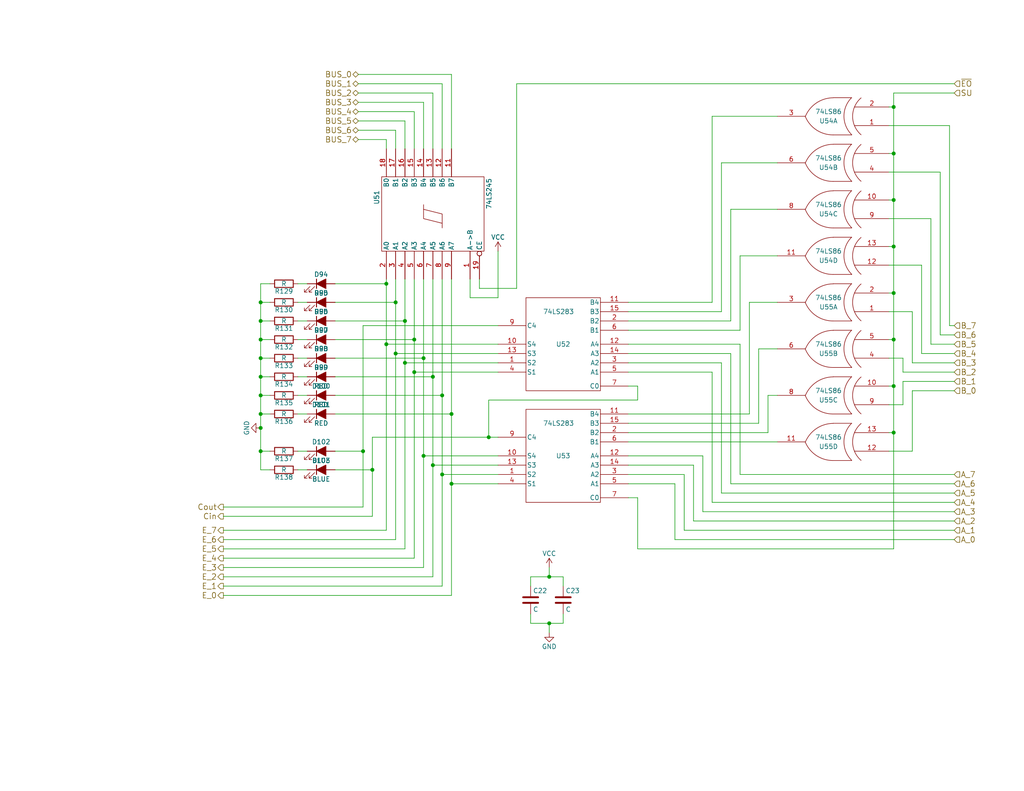
<source format=kicad_sch>
(kicad_sch (version 20211123) (generator eeschema)
  (paper "USLetter")
  (lib_symbols
    (symbol "8bit-computer-rescue:74LS245-8bit-computer-rescue" (pin_names (offset 0.254))
      (property "Reference" "U" (at 2.54 14.605 0))
      (property "Value" "74LS245-8bit-computer-rescue" (at 1.27 -14.605 0))
      (symbol "74LS245-8bit-computer-rescue_0_0"
        (pin power_in line (at 0 -13.97 90) (length 0) hide (name "GND") (number "10"))
        (pin power_in line (at 0 13.97 270) (length 0) hide (name "VCC") (number "20"))
      )
      (symbol "74LS245-8bit-computer-rescue_0_1"
        (rectangle (start -10.16 13.97) (end 10.16 -13.97))
        (polyline (pts (xy 1.27 2.54) (xy 0 -2.54) (xy -2.54 -2.54)))
        (polyline (pts (xy 2.54 2.54) (xy -1.27 2.54) (xy -2.54 -2.54) (xy -3.81 -2.54)))
      )
      (symbol "74LS245-8bit-computer-rescue_1_1"
        (pin input line (at -17.78 -10.16 0) (length 7.62) (name "A->B") (number "1"))
        (pin tri_state line (at 17.78 -5.08 180) (length 7.62) (name "B7") (number "11"))
        (pin tri_state line (at 17.78 -2.54 180) (length 7.62) (name "B6") (number "12"))
        (pin tri_state line (at 17.78 0 180) (length 7.62) (name "B5") (number "13"))
        (pin tri_state line (at 17.78 2.54 180) (length 7.62) (name "B4") (number "14"))
        (pin tri_state line (at 17.78 5.08 180) (length 7.62) (name "B3") (number "15"))
        (pin tri_state line (at 17.78 7.62 180) (length 7.62) (name "B2") (number "16"))
        (pin tri_state line (at 17.78 10.16 180) (length 7.62) (name "B1") (number "17"))
        (pin tri_state line (at 17.78 12.7 180) (length 7.62) (name "B0") (number "18"))
        (pin input inverted (at -17.78 -12.7 0) (length 7.62) (name "CE") (number "19"))
        (pin tri_state line (at -17.78 12.7 0) (length 7.62) (name "A0") (number "2"))
        (pin tri_state line (at -17.78 10.16 0) (length 7.62) (name "A1") (number "3"))
        (pin tri_state line (at -17.78 7.62 0) (length 7.62) (name "A2") (number "4"))
        (pin tri_state line (at -17.78 5.08 0) (length 7.62) (name "A3") (number "5"))
        (pin tri_state line (at -17.78 2.54 0) (length 7.62) (name "A4") (number "6"))
        (pin tri_state line (at -17.78 0 0) (length 7.62) (name "A5") (number "7"))
        (pin tri_state line (at -17.78 -2.54 0) (length 7.62) (name "A6") (number "8"))
        (pin tri_state line (at -17.78 -5.08 0) (length 7.62) (name "A7") (number "9"))
      )
    )
    (symbol "8bit-computer-rescue:74LS283-8bit-computer-rescue" (pin_names (offset 0.254))
      (property "Reference" "U" (at 0 0 0))
      (property "Value" "74LS283-8bit-computer-rescue" (at 1.27 -8.89 0))
      (symbol "74LS283-8bit-computer-rescue_0_0"
        (pin power_in line (at -7.62 12.7 90) (length 0) hide (name "VCC") (number "16"))
        (pin power_in line (at -7.62 -12.7 90) (length 0) hide (name "GND") (number "8"))
      )
      (symbol "74LS283-8bit-computer-rescue_0_1"
        (rectangle (start -10.16 12.7) (end 10.16 -12.7))
      )
      (symbol "74LS283-8bit-computer-rescue_1_1"
        (pin output line (at 17.78 5.08 180) (length 7.62) (name "S2") (number "1"))
        (pin output line (at 17.78 0 180) (length 7.62) (name "S4") (number "10"))
        (pin input line (at -17.78 -11.43 0) (length 7.62) (name "B4") (number "11"))
        (pin input line (at -17.78 0 0) (length 7.62) (name "A4") (number "12"))
        (pin output line (at 17.78 2.54 180) (length 7.62) (name "S3") (number "13"))
        (pin input line (at -17.78 2.54 0) (length 7.62) (name "A3") (number "14"))
        (pin input line (at -17.78 -8.89 0) (length 7.62) (name "B3") (number "15"))
        (pin input line (at -17.78 -6.35 0) (length 7.62) (name "B2") (number "2"))
        (pin input line (at -17.78 5.08 0) (length 7.62) (name "A2") (number "3"))
        (pin output line (at 17.78 7.62 180) (length 7.62) (name "S1") (number "4"))
        (pin input line (at -17.78 7.62 0) (length 7.62) (name "A1") (number "5"))
        (pin input line (at -17.78 -3.81 0) (length 7.62) (name "B1") (number "6"))
        (pin input line (at -17.78 11.43 0) (length 7.62) (name "C0") (number "7"))
        (pin output line (at 17.78 -5.08 180) (length 7.62) (name "C4") (number "9"))
      )
    )
    (symbol "8bit-computer-rescue:74LS86-8bit-computer-rescue" (pin_names (offset 0.762) hide)
      (property "Reference" "U" (at 1.27 1.27 0))
      (property "Value" "74LS86-8bit-computer-rescue" (at 1.27 -1.27 0))
      (symbol "74LS86-8bit-computer-rescue_0_0"
        (pin power_in line (at -5.08 5.08 270) (length 0) hide (name "VCC") (number "14"))
        (pin power_in line (at -5.08 -5.08 90) (length 0) hide (name "GND") (number "7"))
      )
      (symbol "74LS86-8bit-computer-rescue_0_1"
        (arc (start -7.62 -5.0292) (mid -5.3094 0.0082) (end -7.62 5.0546))
        (arc (start -5.0292 -5.08) (mid -2.9462 -0.006) (end -5.08 5.0546))
        (arc (start 0 -5.0546) (mid 4.5632 -3.6449) (end 7.5946 0.0508))
        (polyline (pts (xy -5.08 -5.08) (xy 0 -5.08)))
        (polyline (pts (xy -5.08 5.08) (xy 0 5.08)))
        (arc (start 7.62 0) (mid 4.6132 3.6946) (end 0.0508 5.08))
      )
      (symbol "74LS86-8bit-computer-rescue_1_1"
        (pin input line (at -15.24 2.54 0) (length 9.398) (name "IN1") (number "1"))
        (pin input line (at -15.24 -2.54 0) (length 9.398) (name "IN2") (number "2"))
        (pin output line (at 15.24 0 180) (length 7.62) (name "OUT") (number "3"))
      )
      (symbol "74LS86-8bit-computer-rescue_2_1"
        (pin input line (at -15.24 2.54 0) (length 9.398) (name "IN1") (number "4"))
        (pin input line (at -15.24 -2.54 0) (length 9.398) (name "IN2") (number "5"))
        (pin output line (at 15.24 0 180) (length 7.62) (name "OUT") (number "6"))
      )
      (symbol "74LS86-8bit-computer-rescue_3_1"
        (pin input line (at -15.24 -2.54 0) (length 9.398) (name "IN2") (number "10"))
        (pin output line (at 15.24 0 180) (length 7.62) (name "OUT") (number "8"))
        (pin input line (at -15.24 2.54 0) (length 9.398) (name "IN1") (number "9"))
      )
      (symbol "74LS86-8bit-computer-rescue_4_1"
        (pin output line (at 15.24 0 180) (length 7.62) (name "OUT") (number "11"))
        (pin input line (at -15.24 2.54 0) (length 9.398) (name "IN1") (number "12"))
        (pin input line (at -15.24 -2.54 0) (length 9.398) (name "IN2") (number "13"))
      )
    )
    (symbol "8bit-computer-rescue:LED_ALT-Device" (pin_numbers hide) (pin_names (offset 1.016) hide)
      (property "Reference" "D" (at 0 2.54 0))
      (property "Value" "LED_ALT-Device" (at 0 -2.54 0))
      (symbol "LED_ALT-Device_0_1"
        (polyline (pts (xy -1.27 -1.27) (xy -1.27 1.27)) (stroke (width 0.254)))
        (polyline (pts (xy -1.27 0) (xy 1.27 0)))
        (polyline (pts (xy 1.27 -1.27) (xy 1.27 1.27) (xy -1.27 0) (xy 1.27 -1.27)) (stroke (width 0.254)) (fill (type outline)))
        (polyline (pts (xy -3.048 -0.762) (xy -4.572 -2.286) (xy -3.81 -2.286) (xy -4.572 -2.286) (xy -4.572 -1.524)))
        (polyline (pts (xy -1.778 -0.762) (xy -3.302 -2.286) (xy -2.54 -2.286) (xy -3.302 -2.286) (xy -3.302 -1.524)))
      )
      (symbol "LED_ALT-Device_1_1"
        (pin passive line (at -3.81 0 0) (length 2.54) (name "K") (number "1"))
        (pin passive line (at 3.81 0 180) (length 2.54) (name "A") (number "2"))
      )
    )
    (symbol "Device:C" (pin_numbers hide) (pin_names (offset 0.254))
      (property "Reference" "C" (at 0.635 2.54 0))
      (property "Value" "C" (at 0.635 -2.54 0))
      (symbol "C_0_1"
        (polyline (pts (xy -2.032 -0.762) (xy 2.032 -0.762)) (stroke (width 0.508)))
        (polyline (pts (xy -2.032 0.762) (xy 2.032 0.762)) (stroke (width 0.508)))
      )
      (symbol "C_1_1"
        (pin passive line (at 0 3.81 270) (length 2.794) (name "~") (number "1"))
        (pin passive line (at 0 -3.81 90) (length 2.794) (name "~") (number "2"))
      )
    )
    (symbol "Device:R" (pin_numbers hide) (pin_names (offset 0))
      (property "Reference" "R" (at 2.032 0 90))
      (property "Value" "R" (at 0 0 90))
      (symbol "R_0_1"
        (rectangle (start -1.016 -2.54) (end 1.016 2.54) (stroke (width 0.254)))
      )
      (symbol "R_1_1"
        (pin passive line (at 0 3.81 270) (length 1.27) (name "~") (number "1"))
        (pin passive line (at 0 -3.81 90) (length 1.27) (name "~") (number "2"))
      )
    )
    (symbol "power:GND" (power) (pin_names (offset 0))
      (property "Value" "GND" (at 0 -3.81 0))
      (symbol "GND_0_1"
        (polyline (pts (xy 0 0) (xy 0 -1.27) (xy 1.27 -1.27) (xy 0 -2.54) (xy -1.27 -1.27) (xy 0 -1.27)))
      )
      (symbol "GND_1_1"
        (pin power_in line (at 0 0 270) (length 0) hide (name "GND") (number "1"))
      )
    )
    (symbol "power:VCC" (power) (pin_names (offset 0))
      (property "Value" "VCC" (at 0 3.81 0))
      (symbol "VCC_0_1"
        (polyline (pts (xy -0.762 1.27) (xy 0 2.54)))
        (polyline (pts (xy 0 0) (xy 0 2.54)))
        (polyline (pts (xy 0 2.54) (xy 0.762 1.27)))
      )
      (symbol "VCC_1_1"
        (pin power_in line (at 0 0 90) (length 0) hide (name "VCC") (number "1"))
      )
    )
  )
  (junction (at 113.03 92.71))
  (junction (at 243.84 67.31))
  (junction (at 105.41 77.47))
  (junction (at 123.19 113.03))
  (junction (at 115.57 124.46))
  (junction (at 107.95 82.55))
  (junction (at 120.65 129.54))
  (junction (at 71.12 82.55))
  (junction (at 71.12 116.84))
  (junction (at 149.86 170.18))
  (junction (at 243.84 29.21))
  (junction (at 149.86 157.48))
  (junction (at 243.84 92.71))
  (junction (at 118.11 102.87))
  (junction (at 243.84 80.01))
  (junction (at 243.84 41.91))
  (junction (at 118.11 127))
  (junction (at 71.12 97.79))
  (junction (at 71.12 107.95))
  (junction (at 110.49 87.63))
  (junction (at 133.35 119.38))
  (junction (at 71.12 113.03))
  (junction (at 243.84 105.41))
  (junction (at 99.06 123.19))
  (junction (at 120.65 107.95))
  (junction (at 71.12 92.71))
  (junction (at 71.12 102.87))
  (junction (at 243.84 118.11))
  (junction (at 110.49 99.06))
  (junction (at 71.12 87.63))
  (junction (at 115.57 97.79))
  (junction (at 71.12 123.19))
  (junction (at 101.6 128.27))
  (junction (at 113.03 101.6))
  (junction (at 123.19 132.08))
  (junction (at 243.84 54.61))
  (junction (at 105.41 93.98))
  (junction (at 107.95 96.52))
  (wire (pts (xy 259.08 34.29) (xy 259.08 88.9)))
  (wire (pts (xy 194.31 101.6) (xy 194.31 137.16)))
  (wire (pts (xy 115.57 76.2) (xy 115.57 97.79)))
  (wire (pts (xy 97.79 30.48) (xy 113.03 30.48)))
  (wire (pts (xy 135.89 119.38) (xy 133.35 119.38)))
  (wire (pts (xy 101.6 119.38) (xy 101.6 128.27)))
  (wire (pts (xy 196.85 85.09) (xy 196.85 44.45)))
  (wire (pts (xy 171.45 132.08) (xy 184.15 132.08)))
  (wire (pts (xy 171.45 115.57) (xy 207.01 115.57)))
  (wire (pts (xy 199.39 132.08) (xy 260.35 132.08)))
  (wire (pts (xy 71.12 97.79) (xy 71.12 92.71)))
  (wire (pts (xy 97.79 27.94) (xy 115.57 27.94)))
  (wire (pts (xy 243.84 29.21) (xy 242.57 29.21)))
  (wire (pts (xy 120.65 76.2) (xy 120.65 107.95)))
  (wire (pts (xy 242.57 97.79) (xy 246.38 97.79)))
  (wire (pts (xy 149.86 157.48) (xy 153.67 157.48)))
  (wire (pts (xy 191.77 124.46) (xy 191.77 139.7)))
  (wire (pts (xy 153.67 170.18) (xy 153.67 167.64)))
  (wire (pts (xy 196.85 99.06) (xy 196.85 134.62)))
  (wire (pts (xy 171.45 113.03) (xy 204.47 113.03)))
  (wire (pts (xy 243.84 25.4) (xy 243.84 29.21)))
  (wire (pts (xy 189.23 142.24) (xy 260.35 142.24)))
  (wire (pts (xy 243.84 105.41) (xy 243.84 118.11)))
  (wire (pts (xy 243.84 25.4) (xy 260.35 25.4)))
  (wire (pts (xy 171.45 118.11) (xy 209.55 118.11)))
  (wire (pts (xy 97.79 33.02) (xy 110.49 33.02)))
  (wire (pts (xy 254 59.69) (xy 254 93.98)))
  (wire (pts (xy 105.41 144.78) (xy 60.96 144.78)))
  (wire (pts (xy 113.03 101.6) (xy 135.89 101.6)))
  (wire (pts (xy 118.11 25.4) (xy 118.11 40.64)))
  (wire (pts (xy 71.12 128.27) (xy 73.66 128.27)))
  (wire (pts (xy 243.84 118.11) (xy 243.84 149.86)))
  (wire (pts (xy 130.81 78.74) (xy 140.97 78.74)))
  (wire (pts (xy 256.54 91.44) (xy 260.35 91.44)))
  (wire (pts (xy 81.28 128.27) (xy 83.82 128.27)))
  (wire (pts (xy 123.19 20.32) (xy 123.19 40.64)))
  (wire (pts (xy 105.41 93.98) (xy 135.89 93.98)))
  (wire (pts (xy 191.77 139.7) (xy 260.35 139.7)))
  (wire (pts (xy 71.12 87.63) (xy 71.12 82.55)))
  (wire (pts (xy 246.38 97.79) (xy 246.38 101.6)))
  (wire (pts (xy 194.31 82.55) (xy 194.31 31.75)))
  (wire (pts (xy 201.93 129.54) (xy 260.35 129.54)))
  (wire (pts (xy 123.19 113.03) (xy 123.19 132.08)))
  (wire (pts (xy 242.57 34.29) (xy 259.08 34.29)))
  (wire (pts (xy 194.31 137.16) (xy 260.35 137.16)))
  (wire (pts (xy 115.57 124.46) (xy 115.57 154.94)))
  (wire (pts (xy 91.44 107.95) (xy 120.65 107.95)))
  (wire (pts (xy 110.49 76.2) (xy 110.49 87.63)))
  (wire (pts (xy 91.44 128.27) (xy 101.6 128.27)))
  (wire (pts (xy 173.99 149.86) (xy 173.99 135.89)))
  (wire (pts (xy 199.39 96.52) (xy 199.39 132.08)))
  (wire (pts (xy 91.44 102.87) (xy 118.11 102.87)))
  (wire (pts (xy 149.86 154.94) (xy 149.86 157.48)))
  (wire (pts (xy 243.84 80.01) (xy 243.84 92.71)))
  (wire (pts (xy 184.15 132.08) (xy 184.15 147.32)))
  (wire (pts (xy 110.49 149.86) (xy 60.96 149.86)))
  (wire (pts (xy 242.57 85.09) (xy 248.92 85.09)))
  (wire (pts (xy 140.97 22.86) (xy 140.97 78.74)))
  (wire (pts (xy 107.95 96.52) (xy 135.89 96.52)))
  (wire (pts (xy 243.84 118.11) (xy 242.57 118.11)))
  (wire (pts (xy 171.45 96.52) (xy 199.39 96.52)))
  (wire (pts (xy 99.06 138.43) (xy 60.96 138.43)))
  (wire (pts (xy 196.85 134.62) (xy 260.35 134.62)))
  (wire (pts (xy 73.66 107.95) (xy 71.12 107.95)))
  (wire (pts (xy 243.84 80.01) (xy 242.57 80.01)))
  (wire (pts (xy 128.27 81.28) (xy 135.89 81.28)))
  (wire (pts (xy 194.31 31.75) (xy 212.09 31.75)))
  (wire (pts (xy 171.45 129.54) (xy 186.69 129.54)))
  (wire (pts (xy 135.89 81.28) (xy 135.89 68.58)))
  (wire (pts (xy 201.93 93.98) (xy 201.93 129.54)))
  (wire (pts (xy 171.45 82.55) (xy 194.31 82.55)))
  (wire (pts (xy 120.65 129.54) (xy 135.89 129.54)))
  (wire (pts (xy 71.12 123.19) (xy 71.12 128.27)))
  (wire (pts (xy 184.15 147.32) (xy 260.35 147.32)))
  (wire (pts (xy 243.84 92.71) (xy 243.84 105.41)))
  (wire (pts (xy 97.79 20.32) (xy 123.19 20.32)))
  (wire (pts (xy 144.78 160.02) (xy 144.78 157.48)))
  (wire (pts (xy 105.41 38.1) (xy 105.41 40.64)))
  (wire (pts (xy 120.65 160.02) (xy 60.96 160.02)))
  (wire (pts (xy 71.12 92.71) (xy 71.12 87.63)))
  (wire (pts (xy 91.44 97.79) (xy 115.57 97.79)))
  (wire (pts (xy 115.57 154.94) (xy 60.96 154.94)))
  (wire (pts (xy 107.95 82.55) (xy 107.95 96.52)))
  (wire (pts (xy 243.84 41.91) (xy 243.84 54.61)))
  (wire (pts (xy 73.66 97.79) (xy 71.12 97.79)))
  (wire (pts (xy 246.38 104.14) (xy 260.35 104.14)))
  (wire (pts (xy 171.45 101.6) (xy 194.31 101.6)))
  (wire (pts (xy 248.92 106.68) (xy 248.92 123.19)))
  (wire (pts (xy 209.55 118.11) (xy 209.55 107.95)))
  (wire (pts (xy 71.12 102.87) (xy 71.12 97.79)))
  (wire (pts (xy 243.84 29.21) (xy 243.84 41.91)))
  (wire (pts (xy 97.79 35.56) (xy 107.95 35.56)))
  (wire (pts (xy 91.44 123.19) (xy 99.06 123.19)))
  (wire (pts (xy 81.28 92.71) (xy 83.82 92.71)))
  (wire (pts (xy 243.84 54.61) (xy 242.57 54.61)))
  (wire (pts (xy 186.69 129.54) (xy 186.69 144.78)))
  (wire (pts (xy 243.84 149.86) (xy 173.99 149.86)))
  (wire (pts (xy 149.86 170.18) (xy 153.67 170.18)))
  (wire (pts (xy 209.55 107.95) (xy 212.09 107.95)))
  (wire (pts (xy 242.57 110.49) (xy 246.38 110.49)))
  (wire (pts (xy 97.79 38.1) (xy 105.41 38.1)))
  (wire (pts (xy 204.47 113.03) (xy 204.47 82.55)))
  (wire (pts (xy 149.86 170.18) (xy 149.86 172.72)))
  (wire (pts (xy 207.01 115.57) (xy 207.01 95.25)))
  (wire (pts (xy 189.23 127) (xy 189.23 142.24)))
  (wire (pts (xy 115.57 27.94) (xy 115.57 40.64)))
  (wire (pts (xy 144.78 167.64) (xy 144.78 170.18)))
  (wire (pts (xy 81.28 113.03) (xy 83.82 113.03)))
  (wire (pts (xy 196.85 44.45) (xy 212.09 44.45)))
  (wire (pts (xy 71.12 82.55) (xy 71.12 77.47)))
  (wire (pts (xy 251.46 72.39) (xy 251.46 96.52)))
  (wire (pts (xy 101.6 140.97) (xy 60.96 140.97)))
  (wire (pts (xy 113.03 152.4) (xy 60.96 152.4)))
  (wire (pts (xy 243.84 92.71) (xy 242.57 92.71)))
  (wire (pts (xy 81.28 97.79) (xy 83.82 97.79)))
  (wire (pts (xy 133.35 109.22) (xy 173.99 109.22)))
  (wire (pts (xy 243.84 41.91) (xy 242.57 41.91)))
  (wire (pts (xy 243.84 67.31) (xy 242.57 67.31)))
  (wire (pts (xy 133.35 119.38) (xy 133.35 109.22)))
  (wire (pts (xy 120.65 22.86) (xy 120.65 40.64)))
  (wire (pts (xy 110.49 33.02) (xy 110.49 40.64)))
  (wire (pts (xy 201.93 69.85) (xy 212.09 69.85)))
  (wire (pts (xy 81.28 102.87) (xy 83.82 102.87)))
  (wire (pts (xy 101.6 128.27) (xy 101.6 140.97)))
  (wire (pts (xy 71.12 116.84) (xy 71.12 123.19)))
  (wire (pts (xy 99.06 88.9) (xy 135.89 88.9)))
  (wire (pts (xy 248.92 85.09) (xy 248.92 99.06)))
  (wire (pts (xy 71.12 123.19) (xy 73.66 123.19)))
  (wire (pts (xy 91.44 77.47) (xy 105.41 77.47)))
  (wire (pts (xy 144.78 170.18) (xy 149.86 170.18)))
  (wire (pts (xy 118.11 127) (xy 135.89 127)))
  (wire (pts (xy 242.57 59.69) (xy 254 59.69)))
  (wire (pts (xy 243.84 105.41) (xy 242.57 105.41)))
  (wire (pts (xy 130.81 76.2) (xy 130.81 78.74)))
  (wire (pts (xy 171.45 93.98) (xy 201.93 93.98)))
  (wire (pts (xy 153.67 157.48) (xy 153.67 160.02)))
  (wire (pts (xy 113.03 76.2) (xy 113.03 92.71)))
  (wire (pts (xy 71.12 77.47) (xy 73.66 77.47)))
  (wire (pts (xy 259.08 88.9) (xy 260.35 88.9)))
  (wire (pts (xy 242.57 72.39) (xy 251.46 72.39)))
  (wire (pts (xy 118.11 102.87) (xy 118.11 127)))
  (wire (pts (xy 123.19 162.56) (xy 60.96 162.56)))
  (wire (pts (xy 186.69 144.78) (xy 260.35 144.78)))
  (wire (pts (xy 105.41 77.47) (xy 105.41 93.98)))
  (wire (pts (xy 248.92 123.19) (xy 242.57 123.19)))
  (wire (pts (xy 107.95 147.32) (xy 60.96 147.32)))
  (wire (pts (xy 207.01 95.25) (xy 212.09 95.25)))
  (wire (pts (xy 173.99 109.22) (xy 173.99 105.41)))
  (wire (pts (xy 110.49 87.63) (xy 110.49 99.06)))
  (wire (pts (xy 110.49 99.06) (xy 110.49 149.86)))
  (wire (pts (xy 171.45 87.63) (xy 199.39 87.63)))
  (wire (pts (xy 81.28 87.63) (xy 83.82 87.63)))
  (wire (pts (xy 120.65 129.54) (xy 120.65 107.95)))
  (wire (pts (xy 120.65 129.54) (xy 120.65 160.02)))
  (wire (pts (xy 256.54 46.99) (xy 256.54 91.44)))
  (wire (pts (xy 97.79 25.4) (xy 118.11 25.4)))
  (wire (pts (xy 251.46 96.52) (xy 260.35 96.52)))
  (wire (pts (xy 128.27 76.2) (xy 128.27 81.28)))
  (wire (pts (xy 71.12 92.71) (xy 73.66 92.71)))
  (wire (pts (xy 107.95 76.2) (xy 107.95 82.55)))
  (wire (pts (xy 118.11 76.2) (xy 118.11 102.87)))
  (wire (pts (xy 81.28 107.95) (xy 83.82 107.95)))
  (wire (pts (xy 91.44 87.63) (xy 110.49 87.63)))
  (wire (pts (xy 144.78 157.48) (xy 149.86 157.48)))
  (wire (pts (xy 71.12 116.84) (xy 71.12 113.03)))
  (wire (pts (xy 171.45 127) (xy 189.23 127)))
  (wire (pts (xy 91.44 113.03) (xy 123.19 113.03)))
  (wire (pts (xy 99.06 88.9) (xy 99.06 123.19)))
  (wire (pts (xy 199.39 87.63) (xy 199.39 57.15)))
  (wire (pts (xy 107.95 96.52) (xy 107.95 147.32)))
  (wire (pts (xy 171.45 124.46) (xy 191.77 124.46)))
  (wire (pts (xy 113.03 30.48) (xy 113.03 40.64)))
  (wire (pts (xy 110.49 99.06) (xy 135.89 99.06)))
  (wire (pts (xy 260.35 22.86) (xy 140.97 22.86)))
  (wire (pts (xy 204.47 82.55) (xy 212.09 82.55)))
  (wire (pts (xy 201.93 90.17) (xy 201.93 69.85)))
  (wire (pts (xy 71.12 107.95) (xy 71.12 102.87)))
  (wire (pts (xy 81.28 77.47) (xy 83.82 77.47)))
  (wire (pts (xy 133.35 119.38) (xy 101.6 119.38)))
  (wire (pts (xy 91.44 82.55) (xy 107.95 82.55)))
  (wire (pts (xy 242.57 46.99) (xy 256.54 46.99)))
  (wire (pts (xy 99.06 123.19) (xy 99.06 138.43)))
  (wire (pts (xy 171.45 85.09) (xy 196.85 85.09)))
  (wire (pts (xy 105.41 76.2) (xy 105.41 77.47)))
  (wire (pts (xy 71.12 102.87) (xy 73.66 102.87)))
  (wire (pts (xy 73.66 113.03) (xy 71.12 113.03)))
  (wire (pts (xy 113.03 92.71) (xy 113.03 101.6)))
  (wire (pts (xy 246.38 101.6) (xy 260.35 101.6)))
  (wire (pts (xy 97.79 22.86) (xy 120.65 22.86)))
  (wire (pts (xy 81.28 123.19) (xy 83.82 123.19)))
  (wire (pts (xy 115.57 124.46) (xy 135.89 124.46)))
  (wire (pts (xy 173.99 135.89) (xy 171.45 135.89)))
  (wire (pts (xy 115.57 97.79) (xy 115.57 124.46)))
  (wire (pts (xy 118.11 127) (xy 118.11 157.48)))
  (wire (pts (xy 243.84 67.31) (xy 243.84 80.01)))
  (wire (pts (xy 113.03 101.6) (xy 113.03 152.4)))
  (wire (pts (xy 107.95 35.56) (xy 107.95 40.64)))
  (wire (pts (xy 123.19 132.08) (xy 123.19 162.56)))
  (wire (pts (xy 81.28 82.55) (xy 83.82 82.55)))
  (wire (pts (xy 123.19 76.2) (xy 123.19 113.03)))
  (wire (pts (xy 248.92 99.06) (xy 260.35 99.06)))
  (wire (pts (xy 260.35 106.68) (xy 248.92 106.68)))
  (wire (pts (xy 105.41 93.98) (xy 105.41 144.78)))
  (wire (pts (xy 91.44 92.71) (xy 113.03 92.71)))
  (wire (pts (xy 199.39 57.15) (xy 212.09 57.15)))
  (wire (pts (xy 123.19 132.08) (xy 135.89 132.08)))
  (wire (pts (xy 246.38 110.49) (xy 246.38 104.14)))
  (wire (pts (xy 171.45 120.65) (xy 212.09 120.65)))
  (wire (pts (xy 118.11 157.48) (xy 60.96 157.48)))
  (wire (pts (xy 254 93.98) (xy 260.35 93.98)))
  (wire (pts (xy 73.66 87.63) (xy 71.12 87.63)))
  (wire (pts (xy 243.84 54.61) (xy 243.84 67.31)))
  (wire (pts (xy 71.12 113.03) (xy 71.12 107.95)))
  (wire (pts (xy 171.45 90.17) (xy 201.93 90.17)))
  (wire (pts (xy 71.12 82.55) (xy 73.66 82.55)))
  (wire (pts (xy 173.99 105.41) (xy 171.45 105.41)))
  (wire (pts (xy 171.45 99.06) (xy 196.85 99.06)))
  (hierarchical_label "BUS_3" (shape tri_state) (at 97.79 27.94 180) (effects (font (size 1.524 1.524))))
  (hierarchical_label "Cout" (shape output) (at 60.96 138.43 180) (effects (font (size 1.524 1.524))))
  (hierarchical_label "BUS_0" (shape tri_state) (at 97.79 20.32 180) (effects (font (size 1.524 1.524))))
  (hierarchical_label "BUS_6" (shape tri_state) (at 97.79 35.56 180) (effects (font (size 1.524 1.524))))
  (hierarchical_label "BUS_1" (shape tri_state) (at 97.79 22.86 180) (effects (font (size 1.524 1.524))))
  (hierarchical_label "A_1" (shape input) (at 260.35 144.78 0) (effects (font (size 1.524 1.524))))
  (hierarchical_label "E_7" (shape output) (at 60.96 144.78 180) (effects (font (size 1.524 1.524))))
  (hierarchical_label "BUS_2" (shape tri_state) (at 97.79 25.4 180) (effects (font (size 1.524 1.524))))
  (hierarchical_label "B_0" (shape input) (at 260.35 106.68 0) (effects (font (size 1.524 1.524))))
  (hierarchical_label "B_1" (shape input) (at 260.35 104.14 0) (effects (font (size 1.524 1.524))))
  (hierarchical_label "BUS_5" (shape tri_state) (at 97.79 33.02 180) (effects (font (size 1.524 1.524))))
  (hierarchical_label "E_0" (shape output) (at 60.96 162.56 180) (effects (font (size 1.524 1.524))))
  (hierarchical_label "A_3" (shape input) (at 260.35 139.7 0) (effects (font (size 1.524 1.524))))
  (hierarchical_label "~{EO}" (shape input) (at 260.35 22.86 0) (effects (font (size 1.524 1.524))))
  (hierarchical_label "A_2" (shape input) (at 260.35 142.24 0) (effects (font (size 1.524 1.524))))
  (hierarchical_label "B_7" (shape input) (at 260.35 88.9 0) (effects (font (size 1.524 1.524))))
  (hierarchical_label "A_7" (shape input) (at 260.35 129.54 0) (effects (font (size 1.524 1.524))))
  (hierarchical_label "A_4" (shape input) (at 260.35 137.16 0) (effects (font (size 1.524 1.524))))
  (hierarchical_label "E_4" (shape output) (at 60.96 152.4 180) (effects (font (size 1.524 1.524))))
  (hierarchical_label "A_5" (shape input) (at 260.35 134.62 0) (effects (font (size 1.524 1.524))))
  (hierarchical_label "B_4" (shape input) (at 260.35 96.52 0) (effects (font (size 1.524 1.524))))
  (hierarchical_label "Cin" (shape output) (at 60.96 140.97 180) (effects (font (size 1.524 1.524))))
  (hierarchical_label "E_1" (shape output) (at 60.96 160.02 180) (effects (font (size 1.524 1.524))))
  (hierarchical_label "E_5" (shape output) (at 60.96 149.86 180) (effects (font (size 1.524 1.524))))
  (hierarchical_label "BUS_7" (shape tri_state) (at 97.79 38.1 180) (effects (font (size 1.524 1.524))))
  (hierarchical_label "A_0" (shape input) (at 260.35 147.32 0) (effects (font (size 1.524 1.524))))
  (hierarchical_label "E_3" (shape output) (at 60.96 154.94 180) (effects (font (size 1.524 1.524))))
  (hierarchical_label "B_6" (shape input) (at 260.35 91.44 0) (effects (font (size 1.524 1.524))))
  (hierarchical_label "E_2" (shape output) (at 60.96 157.48 180) (effects (font (size 1.524 1.524))))
  (hierarchical_label "B_3" (shape input) (at 260.35 99.06 0) (effects (font (size 1.524 1.524))))
  (hierarchical_label "B_2" (shape input) (at 260.35 101.6 0) (effects (font (size 1.524 1.524))))
  (hierarchical_label "B_5" (shape input) (at 260.35 93.98 0) (effects (font (size 1.524 1.524))))
  (hierarchical_label "BUS_4" (shape tri_state) (at 97.79 30.48 180) (effects (font (size 1.524 1.524))))
  (hierarchical_label "SU" (shape input) (at 260.35 25.4 0) (effects (font (size 1.524 1.524))))
  (hierarchical_label "A_6" (shape input) (at 260.35 132.08 0) (effects (font (size 1.524 1.524))))
  (hierarchical_label "E_6" (shape output) (at 60.96 147.32 180) (effects (font (size 1.524 1.524))))
  (symbol (lib_id "8bit-computer-rescue:74LS245-8bit-computer-rescue") (at 118.11 58.42 90) (unit 1)
    (property "Reference" "U51" (at 103.505 55.88 0) (effects (justify left bottom)))
    (property "Value" "74LS245" (at 132.715 57.15 0) (effects (justify left top)))
    (property "Footprint" "Package_DIP:DIP-20_W7.62mm" (effects hide))
  )
  (symbol (lib_id "8bit-computer-rescue:74LS283-8bit-computer-rescue") (at 153.67 93.98 180) (unit 1)
    (property "Reference" "U52" (at 153.67 93.98 0))
    (property "Value" "74LS283" (at 152.4 85.09 0))
    (property "Footprint" "Package_DIP:DIP-16_W7.62mm" (effects hide))
  )
  (symbol (lib_id "8bit-computer-rescue:74LS283-8bit-computer-rescue") (at 153.67 124.46 180) (unit 1)
    (property "Reference" "U53" (at 153.67 124.46 0))
    (property "Value" "74LS283" (at 152.4 115.57 0))
    (property "Footprint" "Package_DIP:DIP-16_W7.62mm" (effects hide))
  )
  (symbol (lib_id "8bit-computer-rescue:74LS86-8bit-computer-rescue") (at 227.33 107.95 180) (unit 3)
    (property "Reference" "U55" (at 226.06 109.22 0))
    (property "Value" "74LS86" (at 226.06 106.68 0))
    (property "Footprint" "Package_DIP:DIP-14_W7.62mm" (effects hide))
  )
  (symbol (lib_id "8bit-computer-rescue:74LS86-8bit-computer-rescue") (at 227.33 120.65 180) (unit 4)
    (property "Reference" "U55" (at 226.06 121.92 0))
    (property "Value" "74LS86" (at 226.06 119.38 0))
    (property "Footprint" "Package_DIP:DIP-14_W7.62mm" (effects hide))
  )
  (symbol (lib_id "8bit-computer-rescue:74LS86-8bit-computer-rescue") (at 227.33 82.55 180) (unit 1)
    (property "Reference" "U55" (at 226.06 83.82 0))
    (property "Value" "74LS86" (at 226.06 81.28 0))
    (property "Footprint" "Package_DIP:DIP-14_W7.62mm" (effects hide))
  )
  (symbol (lib_id "8bit-computer-rescue:74LS86-8bit-computer-rescue") (at 227.33 95.25 180) (unit 2)
    (property "Reference" "U55" (at 226.06 96.52 0))
    (property "Value" "74LS86" (at 226.06 93.98 0))
    (property "Footprint" "Package_DIP:DIP-14_W7.62mm" (effects hide))
  )
  (symbol (lib_id "8bit-computer-rescue:74LS86-8bit-computer-rescue") (at 227.33 57.15 180) (unit 3)
    (property "Reference" "U54" (at 226.06 58.42 0))
    (property "Value" "74LS86" (at 226.06 55.88 0))
    (property "Footprint" "Package_DIP:DIP-14_W7.62mm" (effects hide))
  )
  (symbol (lib_id "8bit-computer-rescue:74LS86-8bit-computer-rescue") (at 227.33 69.85 180) (unit 4)
    (property "Reference" "U54" (at 226.06 71.12 0))
    (property "Value" "74LS86" (at 226.06 68.58 0))
    (property "Footprint" "Package_DIP:DIP-14_W7.62mm" (effects hide))
  )
  (symbol (lib_id "8bit-computer-rescue:74LS86-8bit-computer-rescue") (at 227.33 31.75 180) (unit 1)
    (property "Reference" "U54" (at 226.06 33.02 0))
    (property "Value" "74LS86" (at 226.06 30.48 0))
    (property "Footprint" "Package_DIP:DIP-14_W7.62mm" (effects hide))
  )
  (symbol (lib_id "8bit-computer-rescue:74LS86-8bit-computer-rescue") (at 227.33 44.45 180) (unit 2)
    (property "Reference" "U54" (at 226.06 45.72 0))
    (property "Value" "74LS86" (at 226.06 43.18 0))
    (property "Footprint" "Package_DIP:DIP-14_W7.62mm" (effects hide))
  )
  (symbol (lib_id "power:VCC") (at 135.89 68.58 0) (unit 1)
    (property "Reference" "#PWR0156" (effects hide))
    (property "Value" "VCC" (at 135.89 64.77 0))
  )
  (symbol (lib_id "Device:C") (at 144.78 163.83 0) (unit 1)
    (property "Reference" "C22" (at 145.415 161.29 0) (effects (justify left)))
    (property "Value" "C" (at 145.415 166.37 0) (effects (justify left)))
    (property "Footprint" "Capacitor_THT:C_Disc_D4.3mm_W1.9mm_P5.00mm" (effects hide))
  )
  (symbol (lib_id "power:VCC") (at 149.86 154.94 0) (unit 1)
    (property "Reference" "#PWR0157" (effects hide))
    (property "Value" "VCC" (at 149.86 151.13 0))
  )
  (symbol (lib_id "power:GND") (at 149.86 172.72 0) (unit 1)
    (property "Reference" "#PWR0158" (effects hide))
    (property "Value" "GND" (at 149.86 176.53 0))
  )
  (symbol (lib_id "Device:C") (at 153.67 163.83 0) (unit 1)
    (property "Reference" "C23" (at 154.305 161.29 0) (effects (justify left)))
    (property "Value" "C" (at 154.305 166.37 0) (effects (justify left)))
    (property "Footprint" "Capacitor_THT:C_Disc_D4.3mm_W1.9mm_P5.00mm" (effects hide))
  )
  (symbol (lib_id "8bit-computer-rescue:LED_ALT-Device") (at 87.63 77.47 0) (unit 1)
    (property "Reference" "D94" (at 87.63 74.93 0))
    (property "Value" "RED" (at 87.63 80.01 0))
    (property "Footprint" "LED_THT:LED_D5.0mm" (effects hide))
  )
  (symbol (lib_id "8bit-computer-rescue:LED_ALT-Device") (at 87.63 82.55 0) (unit 1)
    (property "Reference" "D95" (at 87.63 80.01 0))
    (property "Value" "RED" (at 87.63 85.09 0))
    (property "Footprint" "LED_THT:LED_D5.0mm" (effects hide))
  )
  (symbol (lib_id "8bit-computer-rescue:LED_ALT-Device") (at 87.63 87.63 0) (unit 1)
    (property "Reference" "D96" (at 87.63 85.09 0))
    (property "Value" "RED" (at 87.63 90.17 0))
    (property "Footprint" "LED_THT:LED_D5.0mm" (effects hide))
  )
  (symbol (lib_id "8bit-computer-rescue:LED_ALT-Device") (at 87.63 92.71 0) (unit 1)
    (property "Reference" "D97" (at 87.63 90.17 0))
    (property "Value" "RED" (at 87.63 95.25 0))
    (property "Footprint" "LED_THT:LED_D5.0mm" (effects hide))
  )
  (symbol (lib_id "8bit-computer-rescue:LED_ALT-Device") (at 87.63 97.79 0) (unit 1)
    (property "Reference" "D98" (at 87.63 95.25 0))
    (property "Value" "RED" (at 87.63 100.33 0))
    (property "Footprint" "LED_THT:LED_D5.0mm" (effects hide))
  )
  (symbol (lib_id "8bit-computer-rescue:LED_ALT-Device") (at 87.63 102.87 0) (unit 1)
    (property "Reference" "D99" (at 87.63 100.33 0))
    (property "Value" "RED" (at 87.63 105.41 0))
    (property "Footprint" "LED_THT:LED_D5.0mm" (effects hide))
  )
  (symbol (lib_id "8bit-computer-rescue:LED_ALT-Device") (at 87.63 107.95 0) (unit 1)
    (property "Reference" "D100" (at 87.63 105.41 0))
    (property "Value" "RED" (at 87.63 110.49 0))
    (property "Footprint" "LED_THT:LED_D5.0mm" (effects hide))
  )
  (symbol (lib_id "8bit-computer-rescue:LED_ALT-Device") (at 87.63 113.03 0) (unit 1)
    (property "Reference" "D101" (at 87.63 110.49 0))
    (property "Value" "RED" (at 87.63 115.57 0))
    (property "Footprint" "LED_THT:LED_D5.0mm" (effects hide))
  )
  (symbol (lib_id "Device:R") (at 77.47 77.47 270) (unit 1)
    (property "Reference" "R129" (at 77.47 79.502 90))
    (property "Value" "R" (at 77.47 77.47 90))
    (property "Footprint" "Resistor_THT:R_Axial_DIN0207_L6.3mm_D2.5mm_P7.62mm_Horizontal" (effects hide))
  )
  (symbol (lib_id "Device:R") (at 77.47 82.55 270) (unit 1)
    (property "Reference" "R130" (at 77.47 84.582 90))
    (property "Value" "R" (at 77.47 82.55 90))
    (property "Footprint" "Resistor_THT:R_Axial_DIN0207_L6.3mm_D2.5mm_P7.62mm_Horizontal" (effects hide))
  )
  (symbol (lib_id "Device:R") (at 77.47 87.63 270) (unit 1)
    (property "Reference" "R131" (at 77.47 89.662 90))
    (property "Value" "R" (at 77.47 87.63 90))
    (property "Footprint" "Resistor_THT:R_Axial_DIN0207_L6.3mm_D2.5mm_P7.62mm_Horizontal" (effects hide))
  )
  (symbol (lib_id "Device:R") (at 77.47 92.71 270) (unit 1)
    (property "Reference" "R132" (at 77.47 94.742 90))
    (property "Value" "R" (at 77.47 92.71 90))
    (property "Footprint" "Resistor_THT:R_Axial_DIN0207_L6.3mm_D2.5mm_P7.62mm_Horizontal" (effects hide))
  )
  (symbol (lib_id "Device:R") (at 77.47 97.79 270) (unit 1)
    (property "Reference" "R133" (at 77.47 99.822 90))
    (property "Value" "R" (at 77.47 97.79 90))
    (property "Footprint" "Resistor_THT:R_Axial_DIN0207_L6.3mm_D2.5mm_P7.62mm_Horizontal" (effects hide))
  )
  (symbol (lib_id "Device:R") (at 77.47 102.87 270) (unit 1)
    (property "Reference" "R134" (at 77.47 104.902 90))
    (property "Value" "R" (at 77.47 102.87 90))
    (property "Footprint" "Resistor_THT:R_Axial_DIN0207_L6.3mm_D2.5mm_P7.62mm_Horizontal" (effects hide))
  )
  (symbol (lib_id "Device:R") (at 77.47 107.95 270) (unit 1)
    (property "Reference" "R135" (at 77.47 109.982 90))
    (property "Value" "R" (at 77.47 107.95 90))
    (property "Footprint" "Resistor_THT:R_Axial_DIN0207_L6.3mm_D2.5mm_P7.62mm_Horizontal" (effects hide))
  )
  (symbol (lib_id "Device:R") (at 77.47 113.03 270) (unit 1)
    (property "Reference" "R136" (at 77.47 115.062 90))
    (property "Value" "R" (at 77.47 113.03 90))
    (property "Footprint" "Resistor_THT:R_Axial_DIN0207_L6.3mm_D2.5mm_P7.62mm_Horizontal" (effects hide))
  )
  (symbol (lib_id "power:GND") (at 71.12 116.84 270) (unit 1)
    (property "Reference" "#PWR0155" (effects hide))
    (property "Value" "GND" (at 67.31 116.84 0))
  )
  (symbol (lib_id "Device:R") (at 77.47 123.19 270) (unit 1)
    (property "Reference" "R137" (at 77.47 125.222 90))
    (property "Value" "R" (at 77.47 123.19 90))
    (property "Footprint" "Resistor_THT:R_Axial_DIN0207_L6.3mm_D2.5mm_P7.62mm_Horizontal" (effects hide))
  )
  (symbol (lib_id "Device:R") (at 77.47 128.27 270) (unit 1)
    (property "Reference" "R138" (at 77.47 130.302 90))
    (property "Value" "R" (at 77.47 128.27 90))
    (property "Footprint" "Resistor_THT:R_Axial_DIN0207_L6.3mm_D2.5mm_P7.62mm_Horizontal" (effects hide))
  )
  (symbol (lib_id "8bit-computer-rescue:LED_ALT-Device") (at 87.63 123.19 0) (unit 1)
    (property "Reference" "D102" (at 87.63 120.65 0))
    (property "Value" "BLUE" (at 87.63 125.73 0))
    (property "Footprint" "LED_THT:LED_D5.0mm" (effects hide))
  )
  (symbol (lib_id "8bit-computer-rescue:LED_ALT-Device") (at 87.63 128.27 0) (unit 1)
    (property "Reference" "D103" (at 87.63 125.73 0))
    (property "Value" "BLUE" (at 87.63 130.81 0))
    (property "Footprint" "LED_THT:LED_D5.0mm" (effects hide))
  )
)
</source>
